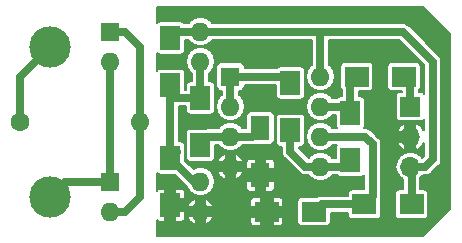
<source format=gbr>
G04 #@! TF.GenerationSoftware,KiCad,Pcbnew,(5.0.0-3-g5ebb6b6)*
G04 #@! TF.CreationDate,2018-09-04T20:51:10+02:00*
G04 #@! TF.ProjectId,Brushless_RPM_sensor,42727573686C6573735F52504D5F7365,rev?*
G04 #@! TF.SameCoordinates,PX7445a00PY5faea10*
G04 #@! TF.FileFunction,Copper,L2,Bot,Signal*
G04 #@! TF.FilePolarity,Positive*
%FSLAX46Y46*%
G04 Gerber Fmt 4.6, Leading zero omitted, Abs format (unit mm)*
G04 Created by KiCad (PCBNEW (5.0.0-3-g5ebb6b6)) date 2018 September 04, Tuesday 20:51:10*
%MOMM*%
%LPD*%
G01*
G04 APERTURE LIST*
G04 #@! TA.AperFunction,SMDPad,CuDef*
%ADD10R,1.600000X2.000000*%
G04 #@! TD*
G04 #@! TA.AperFunction,ComponentPad*
%ADD11C,3.500120*%
G04 #@! TD*
G04 #@! TA.AperFunction,ComponentPad*
%ADD12O,1.700000X1.700000*%
G04 #@! TD*
G04 #@! TA.AperFunction,ComponentPad*
%ADD13R,1.700000X1.700000*%
G04 #@! TD*
G04 #@! TA.AperFunction,ComponentPad*
%ADD14O,1.600000X1.600000*%
G04 #@! TD*
G04 #@! TA.AperFunction,ComponentPad*
%ADD15C,1.600000*%
G04 #@! TD*
G04 #@! TA.AperFunction,SMDPad,CuDef*
%ADD16R,1.700000X2.000000*%
G04 #@! TD*
G04 #@! TA.AperFunction,SMDPad,CuDef*
%ADD17R,2.000000X1.700000*%
G04 #@! TD*
G04 #@! TA.AperFunction,ComponentPad*
%ADD18R,1.600000X1.600000*%
G04 #@! TD*
G04 #@! TA.AperFunction,Conductor*
%ADD19C,0.635000*%
G04 #@! TD*
G04 #@! TA.AperFunction,Conductor*
%ADD20C,0.200000*%
G04 #@! TD*
G04 APERTURE END LIST*
D10*
G04 #@! TO.P,C1,2*
G04 #@! TO.N,GND*
X22860000Y5620000D03*
G04 #@! TO.P,C1,1*
G04 #@! TO.N,Net-(C1-Pad1)*
X22860000Y9620000D03*
G04 #@! TD*
D11*
G04 #@! TO.P,J1,1*
G04 #@! TO.N,Net-(J1-Pad1)*
X5080000Y16510000D03*
G04 #@! TD*
G04 #@! TO.P,J2,1*
G04 #@! TO.N,Net-(J2-Pad1)*
X5080000Y3810000D03*
G04 #@! TD*
D12*
G04 #@! TO.P,J3,3*
G04 #@! TO.N,+5V*
X35560000Y6350000D03*
G04 #@! TO.P,J3,2*
G04 #@! TO.N,GND*
X35560000Y8890000D03*
D13*
G04 #@! TO.P,J3,1*
G04 #@! TO.N,RPM*
X35560000Y11430000D03*
G04 #@! TD*
D14*
G04 #@! TO.P,R1,2*
G04 #@! TO.N,Net-(R1-Pad2)*
X12700000Y10160000D03*
D15*
G04 #@! TO.P,R1,1*
G04 #@! TO.N,Net-(J1-Pad1)*
X2540000Y10160000D03*
G04 #@! TD*
D16*
G04 #@! TO.P,R2,1*
G04 #@! TO.N,+5V*
X15240000Y17240000D03*
G04 #@! TO.P,R2,2*
G04 #@! TO.N,Net-(R2-Pad2)*
X15240000Y13240000D03*
G04 #@! TD*
G04 #@! TO.P,R3,2*
G04 #@! TO.N,GND*
X15240000Y3080000D03*
G04 #@! TO.P,R3,1*
G04 #@! TO.N,Net-(R2-Pad2)*
X15240000Y7080000D03*
G04 #@! TD*
G04 #@! TO.P,R4,1*
G04 #@! TO.N,Net-(C1-Pad1)*
X17780000Y8160000D03*
G04 #@! TO.P,R4,2*
G04 #@! TO.N,Net-(R2-Pad2)*
X17780000Y12160000D03*
G04 #@! TD*
G04 #@! TO.P,R5,2*
G04 #@! TO.N,Net-(R5-Pad2)*
X25400000Y9430000D03*
G04 #@! TO.P,R5,1*
G04 #@! TO.N,Net-(R5-Pad1)*
X25400000Y13430000D03*
G04 #@! TD*
D17*
G04 #@! TO.P,R6,2*
G04 #@! TO.N,Net-(R6-Pad2)*
X31655000Y3175000D03*
G04 #@! TO.P,R6,1*
G04 #@! TO.N,+5V*
X35655000Y3175000D03*
G04 #@! TD*
G04 #@! TO.P,R7,1*
G04 #@! TO.N,Net-(R6-Pad2)*
X27400000Y2540000D03*
G04 #@! TO.P,R7,2*
G04 #@! TO.N,GND*
X23400000Y2540000D03*
G04 #@! TD*
D16*
G04 #@! TO.P,R8,2*
G04 #@! TO.N,Net-(R5-Pad2)*
X30480000Y6890000D03*
G04 #@! TO.P,R8,1*
G04 #@! TO.N,Net-(R8-Pad1)*
X30480000Y10890000D03*
G04 #@! TD*
D17*
G04 #@! TO.P,R9,1*
G04 #@! TO.N,Net-(R8-Pad1)*
X31020000Y13970000D03*
G04 #@! TO.P,R9,2*
G04 #@! TO.N,RPM*
X35020000Y13970000D03*
G04 #@! TD*
D14*
G04 #@! TO.P,U3,8*
G04 #@! TO.N,+5V*
X27940000Y13970000D03*
G04 #@! TO.P,U3,4*
G04 #@! TO.N,GND*
X20320000Y6350000D03*
G04 #@! TO.P,U3,7*
G04 #@! TO.N,Net-(R8-Pad1)*
X27940000Y11430000D03*
G04 #@! TO.P,U3,3*
G04 #@! TO.N,Net-(C1-Pad1)*
X20320000Y8890000D03*
G04 #@! TO.P,U3,6*
G04 #@! TO.N,Net-(R6-Pad2)*
X27940000Y8890000D03*
G04 #@! TO.P,U3,2*
G04 #@! TO.N,Net-(R5-Pad1)*
X20320000Y11430000D03*
G04 #@! TO.P,U3,5*
G04 #@! TO.N,Net-(R5-Pad2)*
X27940000Y6350000D03*
D18*
G04 #@! TO.P,U3,1*
G04 #@! TO.N,Net-(R5-Pad1)*
X20320000Y13970000D03*
G04 #@! TD*
D14*
G04 #@! TO.P,U1,4*
G04 #@! TO.N,+5V*
X17780000Y17780000D03*
G04 #@! TO.P,U1,2*
G04 #@! TO.N,Net-(J2-Pad1)*
X10160000Y15240000D03*
G04 #@! TO.P,U1,3*
G04 #@! TO.N,Net-(R2-Pad2)*
X17780000Y15240000D03*
D18*
G04 #@! TO.P,U1,1*
G04 #@! TO.N,Net-(R1-Pad2)*
X10160000Y17780000D03*
G04 #@! TD*
G04 #@! TO.P,U2,1*
G04 #@! TO.N,Net-(J2-Pad1)*
X10160000Y5080000D03*
D14*
G04 #@! TO.P,U2,3*
G04 #@! TO.N,GND*
X17780000Y2540000D03*
G04 #@! TO.P,U2,2*
G04 #@! TO.N,Net-(R1-Pad2)*
X10160000Y2540000D03*
G04 #@! TO.P,U2,4*
G04 #@! TO.N,Net-(R2-Pad2)*
X17780000Y5080000D03*
G04 #@! TD*
D19*
G04 #@! TO.N,Net-(C1-Pad1)*
X20320000Y8890000D02*
X22130000Y8890000D01*
X22130000Y8890000D02*
X22860000Y9620000D01*
X20320000Y8890000D02*
X18510000Y8890000D01*
X18510000Y8890000D02*
X17780000Y8160000D01*
G04 #@! TO.N,Net-(J1-Pad1)*
X2540000Y10160000D02*
X2540000Y13970000D01*
X2540000Y13970000D02*
X5080000Y16510000D01*
G04 #@! TO.N,Net-(J2-Pad1)*
X10160000Y5080000D02*
X6350000Y5080000D01*
X6350000Y5080000D02*
X5080000Y3810000D01*
X10160000Y15240000D02*
X10160000Y5080000D01*
G04 #@! TO.N,+5V*
X17780000Y17780000D02*
X15780000Y17780000D01*
X15780000Y17780000D02*
X15240000Y17240000D01*
X35655000Y3175000D02*
X35655000Y6255000D01*
X35655000Y6255000D02*
X35560000Y6350000D01*
X35560000Y6350000D02*
X36830000Y6350000D01*
X34925000Y17780000D02*
X27940000Y17780000D01*
X27940000Y17780000D02*
X17780000Y17780000D01*
X36830000Y6350000D02*
X37465000Y6985000D01*
X37465000Y6985000D02*
X37465000Y15240000D01*
X37465000Y15240000D02*
X34925000Y17780000D01*
X27940000Y13970000D02*
X27940000Y17780000D01*
G04 #@! TO.N,RPM*
X35560000Y11430000D02*
X35560000Y13430000D01*
X35560000Y13430000D02*
X35020000Y13970000D01*
G04 #@! TO.N,Net-(R1-Pad2)*
X12700000Y10160000D02*
X12700000Y3810000D01*
X11430000Y2540000D02*
X10160000Y2540000D01*
X12700000Y3810000D02*
X11430000Y2540000D01*
X10160000Y17780000D02*
X11430000Y17780000D01*
X12700000Y16510000D02*
X12700000Y10160000D01*
X11430000Y17780000D02*
X12700000Y16510000D01*
G04 #@! TO.N,Net-(R2-Pad2)*
X15780000Y7620000D02*
X15240000Y7080000D01*
X17240000Y12700000D02*
X17780000Y12160000D01*
X17780000Y15240000D02*
X17780000Y12160000D01*
X17780000Y5080000D02*
X17240000Y5080000D01*
X17240000Y5080000D02*
X15240000Y7080000D01*
X15240000Y7080000D02*
X15240000Y13240000D01*
X17780000Y12160000D02*
X15240000Y12160000D01*
X15240000Y12700000D02*
X15240000Y13240000D01*
X15240000Y12160000D02*
X15240000Y12700000D01*
G04 #@! TO.N,Net-(R5-Pad2)*
X27940000Y6350000D02*
X26670000Y6350000D01*
X25400000Y7620000D02*
X25400000Y9430000D01*
X26670000Y6350000D02*
X25400000Y7620000D01*
X27940000Y6350000D02*
X29940000Y6350000D01*
X29940000Y6350000D02*
X30480000Y6890000D01*
G04 #@! TO.N,Net-(R5-Pad1)*
X20320000Y13970000D02*
X20320000Y11430000D01*
X20320000Y13970000D02*
X24860000Y13970000D01*
X24860000Y13970000D02*
X25400000Y13430000D01*
G04 #@! TO.N,Net-(R6-Pad2)*
X27940000Y8890000D02*
X31750000Y8890000D01*
X32385000Y8255000D02*
X32385000Y3905000D01*
X31750000Y8890000D02*
X32385000Y8255000D01*
X32385000Y3905000D02*
X31655000Y3175000D01*
X31655000Y3175000D02*
X28035000Y3175000D01*
X28035000Y3175000D02*
X27400000Y2540000D01*
G04 #@! TO.N,Net-(R8-Pad1)*
X27940000Y11430000D02*
X29940000Y11430000D01*
X29940000Y11430000D02*
X30480000Y10890000D01*
X30385000Y10985000D02*
X30480000Y10890000D01*
X30480000Y10890000D02*
X30480000Y13430000D01*
X30480000Y13430000D02*
X31020000Y13970000D01*
G04 #@! TD*
D20*
G04 #@! TO.N,GND*
G36*
X38895000Y17583248D02*
X38895001Y2736753D01*
X36633250Y475000D01*
X14070000Y475000D01*
X14070000Y1834314D01*
X14163418Y1740896D01*
X14310435Y1680000D01*
X14715000Y1680000D01*
X14815000Y1780000D01*
X14815000Y2580000D01*
X15665000Y2580000D01*
X15665000Y1780000D01*
X15765000Y1680000D01*
X16169565Y1680000D01*
X16316582Y1740896D01*
X16429104Y1853418D01*
X16476539Y1967939D01*
X16725132Y1967939D01*
X16847783Y1784313D01*
X17207933Y1485092D01*
X17380000Y1508589D01*
X17380000Y2140000D01*
X18180000Y2140000D01*
X18180000Y1508589D01*
X18352067Y1485092D01*
X18712217Y1784313D01*
X18834868Y1967939D01*
X18826616Y2015000D01*
X22000000Y2015000D01*
X22000000Y1610435D01*
X22060896Y1463418D01*
X22173418Y1350896D01*
X22320435Y1290000D01*
X22800000Y1290000D01*
X22900000Y1390000D01*
X22900000Y2115000D01*
X23900000Y2115000D01*
X23900000Y1390000D01*
X24000000Y1290000D01*
X24479565Y1290000D01*
X24626582Y1350896D01*
X24739104Y1463418D01*
X24800000Y1610435D01*
X24800000Y2015000D01*
X24700000Y2115000D01*
X23900000Y2115000D01*
X22900000Y2115000D01*
X22100000Y2115000D01*
X22000000Y2015000D01*
X18826616Y2015000D01*
X18804695Y2140000D01*
X18180000Y2140000D01*
X17380000Y2140000D01*
X16755305Y2140000D01*
X16725132Y1967939D01*
X16476539Y1967939D01*
X16490000Y2000435D01*
X16490000Y2480000D01*
X16390000Y2580000D01*
X15665000Y2580000D01*
X14815000Y2580000D01*
X14685000Y2580000D01*
X14685000Y3112061D01*
X16725132Y3112061D01*
X16755305Y2940000D01*
X17380000Y2940000D01*
X17380000Y3571411D01*
X18180000Y3571411D01*
X18180000Y2940000D01*
X18804695Y2940000D01*
X18834868Y3112061D01*
X18712217Y3295687D01*
X18502934Y3469565D01*
X22000000Y3469565D01*
X22000000Y3065000D01*
X22100000Y2965000D01*
X22900000Y2965000D01*
X22900000Y3690000D01*
X23900000Y3690000D01*
X23900000Y2965000D01*
X24700000Y2965000D01*
X24800000Y3065000D01*
X24800000Y3469565D01*
X24739104Y3616582D01*
X24626582Y3729104D01*
X24479565Y3790000D01*
X24000000Y3790000D01*
X23900000Y3690000D01*
X22900000Y3690000D01*
X22800000Y3790000D01*
X22320435Y3790000D01*
X22173418Y3729104D01*
X22060896Y3616582D01*
X22000000Y3469565D01*
X18502934Y3469565D01*
X18352067Y3594908D01*
X18180000Y3571411D01*
X17380000Y3571411D01*
X17207933Y3594908D01*
X16847783Y3295687D01*
X16725132Y3112061D01*
X14685000Y3112061D01*
X14685000Y3580000D01*
X14815000Y3580000D01*
X14815000Y4380000D01*
X15665000Y4380000D01*
X15665000Y3580000D01*
X16390000Y3580000D01*
X16490000Y3680000D01*
X16490000Y4159565D01*
X16429104Y4306582D01*
X16316582Y4419104D01*
X16169565Y4480000D01*
X15765000Y4480000D01*
X15665000Y4380000D01*
X14815000Y4380000D01*
X14715000Y4480000D01*
X14310435Y4480000D01*
X14163418Y4419104D01*
X14070000Y4325686D01*
X14070000Y5838933D01*
X14101616Y5791616D01*
X14233928Y5703209D01*
X14390000Y5672164D01*
X15633139Y5672164D01*
X16638726Y4666576D01*
X16649625Y4611783D01*
X16914848Y4214848D01*
X17311783Y3949625D01*
X17661812Y3880000D01*
X17898188Y3880000D01*
X18248217Y3949625D01*
X18645152Y4214848D01*
X18910375Y4611783D01*
X18991574Y5020000D01*
X21660000Y5020000D01*
X21660000Y4540435D01*
X21720896Y4393418D01*
X21833418Y4280896D01*
X21980435Y4220000D01*
X22360000Y4220000D01*
X22460000Y4320000D01*
X22460000Y5120000D01*
X23260000Y5120000D01*
X23260000Y4320000D01*
X23360000Y4220000D01*
X23739565Y4220000D01*
X23886582Y4280896D01*
X23999104Y4393418D01*
X24060000Y4540435D01*
X24060000Y5020000D01*
X23960000Y5120000D01*
X23260000Y5120000D01*
X22460000Y5120000D01*
X21760000Y5120000D01*
X21660000Y5020000D01*
X18991574Y5020000D01*
X19003509Y5080000D01*
X18910375Y5548217D01*
X18756880Y5777939D01*
X19265132Y5777939D01*
X19387783Y5594313D01*
X19747933Y5295092D01*
X19920000Y5318589D01*
X19920000Y5950000D01*
X20720000Y5950000D01*
X20720000Y5318589D01*
X20892067Y5295092D01*
X21252217Y5594313D01*
X21374868Y5777939D01*
X21344695Y5950000D01*
X20720000Y5950000D01*
X19920000Y5950000D01*
X19295305Y5950000D01*
X19265132Y5777939D01*
X18756880Y5777939D01*
X18645152Y5945152D01*
X18248217Y6210375D01*
X17898188Y6280000D01*
X17661812Y6280000D01*
X17311783Y6210375D01*
X17199409Y6135289D01*
X16635133Y6699565D01*
X21660000Y6699565D01*
X21660000Y6220000D01*
X21760000Y6120000D01*
X22460000Y6120000D01*
X22460000Y6920000D01*
X23260000Y6920000D01*
X23260000Y6120000D01*
X23960000Y6120000D01*
X24060000Y6220000D01*
X24060000Y6699565D01*
X23999104Y6846582D01*
X23886582Y6959104D01*
X23739565Y7020000D01*
X23360000Y7020000D01*
X23260000Y6920000D01*
X22460000Y6920000D01*
X22360000Y7020000D01*
X21980435Y7020000D01*
X21833418Y6959104D01*
X21720896Y6846582D01*
X21660000Y6699565D01*
X16635133Y6699565D01*
X16497836Y6836861D01*
X16497836Y7551028D01*
X16511555Y7619999D01*
X16497836Y7688970D01*
X16497836Y8080000D01*
X16466791Y8236072D01*
X16378384Y8368384D01*
X16246072Y8456791D01*
X16090000Y8487836D01*
X15957500Y8487836D01*
X15957500Y9160000D01*
X16522164Y9160000D01*
X16522164Y7160000D01*
X16553209Y7003928D01*
X16641616Y6871616D01*
X16773928Y6783209D01*
X16930000Y6752164D01*
X18630000Y6752164D01*
X18786072Y6783209D01*
X18918384Y6871616D01*
X18952089Y6922061D01*
X19265132Y6922061D01*
X19295305Y6750000D01*
X19920000Y6750000D01*
X19920000Y7381411D01*
X20720000Y7381411D01*
X20720000Y6750000D01*
X21344695Y6750000D01*
X21374868Y6922061D01*
X21252217Y7105687D01*
X20892067Y7404908D01*
X20720000Y7381411D01*
X19920000Y7381411D01*
X19747933Y7404908D01*
X19387783Y7105687D01*
X19265132Y6922061D01*
X18952089Y6922061D01*
X19006791Y7003928D01*
X19037836Y7160000D01*
X19037836Y8172500D01*
X19356190Y8172500D01*
X19454848Y8024848D01*
X19851783Y7759625D01*
X20201812Y7690000D01*
X20438188Y7690000D01*
X20788217Y7759625D01*
X21185152Y8024848D01*
X21283810Y8172500D01*
X22059340Y8172500D01*
X22130000Y8158445D01*
X22200660Y8172500D01*
X22200665Y8172500D01*
X22400070Y8212164D01*
X23660000Y8212164D01*
X23816072Y8243209D01*
X23948384Y8331616D01*
X24036791Y8463928D01*
X24067836Y8620000D01*
X24067836Y10430000D01*
X24142164Y10430000D01*
X24142164Y8430000D01*
X24173209Y8273928D01*
X24261616Y8141616D01*
X24393928Y8053209D01*
X24550000Y8022164D01*
X24682500Y8022164D01*
X24682500Y7690660D01*
X24668445Y7620000D01*
X24682500Y7549340D01*
X24682500Y7549336D01*
X24724130Y7340047D01*
X24882712Y7102713D01*
X24942619Y7062684D01*
X26112683Y5892619D01*
X26152712Y5832712D01*
X26212618Y5792684D01*
X26390044Y5674131D01*
X26390045Y5674131D01*
X26390046Y5674130D01*
X26599335Y5632500D01*
X26599339Y5632500D01*
X26669999Y5618445D01*
X26740659Y5632500D01*
X26976190Y5632500D01*
X27074848Y5484848D01*
X27471783Y5219625D01*
X27821812Y5150000D01*
X28058188Y5150000D01*
X28408217Y5219625D01*
X28805152Y5484848D01*
X28903810Y5632500D01*
X29320980Y5632500D01*
X29341616Y5601616D01*
X29473928Y5513209D01*
X29630000Y5482164D01*
X31330000Y5482164D01*
X31486072Y5513209D01*
X31618384Y5601616D01*
X31667501Y5675125D01*
X31667501Y4432836D01*
X30655000Y4432836D01*
X30498928Y4401791D01*
X30366616Y4313384D01*
X30278209Y4181072D01*
X30247164Y4025000D01*
X30247164Y3892500D01*
X28105660Y3892500D01*
X28035000Y3906555D01*
X27964340Y3892500D01*
X27964335Y3892500D01*
X27755046Y3850870D01*
X27755044Y3850869D01*
X27755045Y3850869D01*
X27675675Y3797836D01*
X26400000Y3797836D01*
X26243928Y3766791D01*
X26111616Y3678384D01*
X26023209Y3546072D01*
X25992164Y3390000D01*
X25992164Y1690000D01*
X26023209Y1533928D01*
X26111616Y1401616D01*
X26243928Y1313209D01*
X26400000Y1282164D01*
X28400000Y1282164D01*
X28556072Y1313209D01*
X28688384Y1401616D01*
X28776791Y1533928D01*
X28807836Y1690000D01*
X28807836Y2457500D01*
X30247164Y2457500D01*
X30247164Y2325000D01*
X30278209Y2168928D01*
X30366616Y2036616D01*
X30498928Y1948209D01*
X30655000Y1917164D01*
X32655000Y1917164D01*
X32811072Y1948209D01*
X32943384Y2036616D01*
X33031791Y2168928D01*
X33062836Y2325000D01*
X33062836Y3634930D01*
X33102500Y3834335D01*
X33102500Y3834340D01*
X33116555Y3905000D01*
X33102500Y3975660D01*
X33102500Y8184340D01*
X33116555Y8255000D01*
X33110322Y8286339D01*
X34465425Y8286339D01*
X34583393Y8109722D01*
X34956332Y7795386D01*
X35135000Y7814428D01*
X35135000Y8465000D01*
X34491414Y8465000D01*
X34465425Y8286339D01*
X33110322Y8286339D01*
X33102500Y8325660D01*
X33102500Y8325665D01*
X33060870Y8534954D01*
X33041642Y8563730D01*
X32942317Y8712382D01*
X32942312Y8712387D01*
X32902287Y8772288D01*
X32842386Y8812313D01*
X32307318Y9347380D01*
X32267288Y9407288D01*
X32138023Y9493661D01*
X34465425Y9493661D01*
X34491414Y9315000D01*
X35135000Y9315000D01*
X35135000Y9965572D01*
X34956332Y9984614D01*
X34583393Y9670278D01*
X34465425Y9493661D01*
X32138023Y9493661D01*
X32029954Y9565870D01*
X31820665Y9607500D01*
X31820660Y9607500D01*
X31750000Y9621555D01*
X31679340Y9607500D01*
X31622316Y9607500D01*
X31706791Y9733928D01*
X31737836Y9890000D01*
X31737836Y11890000D01*
X31706791Y12046072D01*
X31618384Y12178384D01*
X31486072Y12266791D01*
X31330000Y12297836D01*
X31197500Y12297836D01*
X31197500Y12712164D01*
X32020000Y12712164D01*
X32176072Y12743209D01*
X32308384Y12831616D01*
X32396791Y12963928D01*
X32427836Y13120000D01*
X32427836Y14820000D01*
X32396791Y14976072D01*
X32308384Y15108384D01*
X32176072Y15196791D01*
X32020000Y15227836D01*
X30020000Y15227836D01*
X29863928Y15196791D01*
X29731616Y15108384D01*
X29643209Y14976072D01*
X29612164Y14820000D01*
X29612164Y13120000D01*
X29643209Y12963928D01*
X29731616Y12831616D01*
X29762501Y12810980D01*
X29762501Y12297836D01*
X29630000Y12297836D01*
X29473928Y12266791D01*
X29341616Y12178384D01*
X29320980Y12147500D01*
X28903810Y12147500D01*
X28805152Y12295152D01*
X28408217Y12560375D01*
X28058188Y12630000D01*
X27821812Y12630000D01*
X27471783Y12560375D01*
X27074848Y12295152D01*
X26809625Y11898217D01*
X26716491Y11430000D01*
X26809625Y10961783D01*
X27074848Y10564848D01*
X27471783Y10299625D01*
X27821812Y10230000D01*
X28058188Y10230000D01*
X28408217Y10299625D01*
X28805152Y10564848D01*
X28903810Y10712500D01*
X29222164Y10712500D01*
X29222164Y9890000D01*
X29253209Y9733928D01*
X29337684Y9607500D01*
X28903810Y9607500D01*
X28805152Y9755152D01*
X28408217Y10020375D01*
X28058188Y10090000D01*
X27821812Y10090000D01*
X27471783Y10020375D01*
X27074848Y9755152D01*
X26809625Y9358217D01*
X26716491Y8890000D01*
X26809625Y8421783D01*
X27074848Y8024848D01*
X27471783Y7759625D01*
X27821812Y7690000D01*
X28058188Y7690000D01*
X28408217Y7759625D01*
X28805152Y8024848D01*
X28903810Y8172500D01*
X29337684Y8172500D01*
X29253209Y8046072D01*
X29222164Y7890000D01*
X29222164Y7067500D01*
X28903810Y7067500D01*
X28805152Y7215152D01*
X28408217Y7480375D01*
X28058188Y7550000D01*
X27821812Y7550000D01*
X27471783Y7480375D01*
X27074848Y7215152D01*
X26976190Y7067500D01*
X26967198Y7067500D01*
X26117500Y7917197D01*
X26117500Y8022164D01*
X26250000Y8022164D01*
X26406072Y8053209D01*
X26538384Y8141616D01*
X26626791Y8273928D01*
X26657836Y8430000D01*
X26657836Y10430000D01*
X26626791Y10586072D01*
X26538384Y10718384D01*
X26406072Y10806791D01*
X26250000Y10837836D01*
X24550000Y10837836D01*
X24393928Y10806791D01*
X24261616Y10718384D01*
X24173209Y10586072D01*
X24142164Y10430000D01*
X24067836Y10430000D01*
X24067836Y10620000D01*
X24036791Y10776072D01*
X23948384Y10908384D01*
X23816072Y10996791D01*
X23660000Y11027836D01*
X22060000Y11027836D01*
X21903928Y10996791D01*
X21771616Y10908384D01*
X21683209Y10776072D01*
X21652164Y10620000D01*
X21652164Y9607500D01*
X21283810Y9607500D01*
X21185152Y9755152D01*
X20788217Y10020375D01*
X20438188Y10090000D01*
X20201812Y10090000D01*
X19851783Y10020375D01*
X19454848Y9755152D01*
X19356190Y9607500D01*
X18580660Y9607500D01*
X18510000Y9621555D01*
X18439340Y9607500D01*
X18439335Y9607500D01*
X18239930Y9567836D01*
X16930000Y9567836D01*
X16773928Y9536791D01*
X16641616Y9448384D01*
X16553209Y9316072D01*
X16522164Y9160000D01*
X15957500Y9160000D01*
X15957500Y11442500D01*
X16522164Y11442500D01*
X16522164Y11160000D01*
X16553209Y11003928D01*
X16641616Y10871616D01*
X16773928Y10783209D01*
X16930000Y10752164D01*
X18630000Y10752164D01*
X18786072Y10783209D01*
X18918384Y10871616D01*
X19006791Y11003928D01*
X19037836Y11160000D01*
X19037836Y11430000D01*
X19096491Y11430000D01*
X19189625Y10961783D01*
X19454848Y10564848D01*
X19851783Y10299625D01*
X20201812Y10230000D01*
X20438188Y10230000D01*
X20788217Y10299625D01*
X21185152Y10564848D01*
X21450375Y10961783D01*
X21543509Y11430000D01*
X21450375Y11898217D01*
X21185152Y12295152D01*
X21037500Y12393810D01*
X21037500Y12762164D01*
X21120000Y12762164D01*
X21276072Y12793209D01*
X21408384Y12881616D01*
X21496791Y13013928D01*
X21527836Y13170000D01*
X21527836Y13252500D01*
X24142164Y13252500D01*
X24142164Y12430000D01*
X24173209Y12273928D01*
X24261616Y12141616D01*
X24393928Y12053209D01*
X24550000Y12022164D01*
X26250000Y12022164D01*
X26406072Y12053209D01*
X26538384Y12141616D01*
X26626791Y12273928D01*
X26657836Y12430000D01*
X26657836Y14430000D01*
X26626791Y14586072D01*
X26538384Y14718384D01*
X26406072Y14806791D01*
X26250000Y14837836D01*
X24550000Y14837836D01*
X24393928Y14806791D01*
X24261616Y14718384D01*
X24240980Y14687500D01*
X21527836Y14687500D01*
X21527836Y14770000D01*
X21496791Y14926072D01*
X21408384Y15058384D01*
X21276072Y15146791D01*
X21120000Y15177836D01*
X19520000Y15177836D01*
X19363928Y15146791D01*
X19231616Y15058384D01*
X19143209Y14926072D01*
X19112164Y14770000D01*
X19112164Y13170000D01*
X19143209Y13013928D01*
X19231616Y12881616D01*
X19363928Y12793209D01*
X19520000Y12762164D01*
X19602500Y12762164D01*
X19602501Y12393810D01*
X19454848Y12295152D01*
X19189625Y11898217D01*
X19096491Y11430000D01*
X19037836Y11430000D01*
X19037836Y13160000D01*
X19006791Y13316072D01*
X18918384Y13448384D01*
X18786072Y13536791D01*
X18630000Y13567836D01*
X18497500Y13567836D01*
X18497500Y14276190D01*
X18645152Y14374848D01*
X18910375Y14771783D01*
X19003509Y15240000D01*
X18910375Y15708217D01*
X18645152Y16105152D01*
X18248217Y16370375D01*
X17898188Y16440000D01*
X17661812Y16440000D01*
X17311783Y16370375D01*
X16914848Y16105152D01*
X16649625Y15708217D01*
X16556491Y15240000D01*
X16649625Y14771783D01*
X16914848Y14374848D01*
X17062500Y14276190D01*
X17062501Y13567836D01*
X16930000Y13567836D01*
X16773928Y13536791D01*
X16641616Y13448384D01*
X16553209Y13316072D01*
X16522164Y13160000D01*
X16522164Y12877500D01*
X16497836Y12877500D01*
X16497836Y14240000D01*
X16466791Y14396072D01*
X16378384Y14528384D01*
X16246072Y14616791D01*
X16090000Y14647836D01*
X14390000Y14647836D01*
X14233928Y14616791D01*
X14101616Y14528384D01*
X14070000Y14481067D01*
X14070000Y15998933D01*
X14101616Y15951616D01*
X14233928Y15863209D01*
X14390000Y15832164D01*
X16090000Y15832164D01*
X16246072Y15863209D01*
X16378384Y15951616D01*
X16466791Y16083928D01*
X16497836Y16240000D01*
X16497836Y17062500D01*
X16816190Y17062500D01*
X16914848Y16914848D01*
X17311783Y16649625D01*
X17661812Y16580000D01*
X17898188Y16580000D01*
X18248217Y16649625D01*
X18645152Y16914848D01*
X18743810Y17062500D01*
X27222501Y17062500D01*
X27222500Y14933810D01*
X27074848Y14835152D01*
X26809625Y14438217D01*
X26716491Y13970000D01*
X26809625Y13501783D01*
X27074848Y13104848D01*
X27471783Y12839625D01*
X27821812Y12770000D01*
X28058188Y12770000D01*
X28408217Y12839625D01*
X28805152Y13104848D01*
X29070375Y13501783D01*
X29163509Y13970000D01*
X29070375Y14438217D01*
X28805152Y14835152D01*
X28657500Y14933810D01*
X28657500Y17062500D01*
X34627803Y17062500D01*
X36747501Y14942801D01*
X36747501Y12494875D01*
X36698384Y12568384D01*
X36566072Y12656791D01*
X36410000Y12687836D01*
X36277500Y12687836D01*
X36277500Y12810980D01*
X36308384Y12831616D01*
X36396791Y12963928D01*
X36427836Y13120000D01*
X36427836Y14820000D01*
X36396791Y14976072D01*
X36308384Y15108384D01*
X36176072Y15196791D01*
X36020000Y15227836D01*
X34020000Y15227836D01*
X33863928Y15196791D01*
X33731616Y15108384D01*
X33643209Y14976072D01*
X33612164Y14820000D01*
X33612164Y13120000D01*
X33643209Y12963928D01*
X33731616Y12831616D01*
X33863928Y12743209D01*
X34020000Y12712164D01*
X34842501Y12712164D01*
X34842501Y12687836D01*
X34710000Y12687836D01*
X34553928Y12656791D01*
X34421616Y12568384D01*
X34333209Y12436072D01*
X34302164Y12280000D01*
X34302164Y10580000D01*
X34333209Y10423928D01*
X34421616Y10291616D01*
X34553928Y10203209D01*
X34710000Y10172164D01*
X36410000Y10172164D01*
X36566072Y10203209D01*
X36698384Y10291616D01*
X36747500Y10365125D01*
X36747500Y9425002D01*
X36644587Y9425002D01*
X36654575Y9493661D01*
X36536607Y9670278D01*
X36163668Y9984614D01*
X35985000Y9965572D01*
X35985000Y9315000D01*
X36115000Y9315000D01*
X36115000Y8465000D01*
X35985000Y8465000D01*
X35985000Y7814428D01*
X36163668Y7795386D01*
X36536607Y8109722D01*
X36654575Y8286339D01*
X36644587Y8354998D01*
X36747500Y8354998D01*
X36747500Y7282198D01*
X36563459Y7098156D01*
X36461199Y7251199D01*
X36047725Y7527473D01*
X35683109Y7600000D01*
X35436891Y7600000D01*
X35072275Y7527473D01*
X34658801Y7251199D01*
X34382527Y6837725D01*
X34285512Y6350000D01*
X34382527Y5862275D01*
X34658801Y5448801D01*
X34937501Y5262580D01*
X34937500Y4432836D01*
X34655000Y4432836D01*
X34498928Y4401791D01*
X34366616Y4313384D01*
X34278209Y4181072D01*
X34247164Y4025000D01*
X34247164Y2325000D01*
X34278209Y2168928D01*
X34366616Y2036616D01*
X34498928Y1948209D01*
X34655000Y1917164D01*
X36655000Y1917164D01*
X36811072Y1948209D01*
X36943384Y2036616D01*
X37031791Y2168928D01*
X37062836Y2325000D01*
X37062836Y4025000D01*
X37031791Y4181072D01*
X36943384Y4313384D01*
X36811072Y4401791D01*
X36655000Y4432836D01*
X36372500Y4432836D01*
X36372500Y5389534D01*
X36461199Y5448801D01*
X36583943Y5632500D01*
X36759340Y5632500D01*
X36830000Y5618445D01*
X36900660Y5632500D01*
X36900665Y5632500D01*
X37109954Y5674130D01*
X37347288Y5832712D01*
X37387318Y5892620D01*
X37922386Y6427687D01*
X37982287Y6467712D01*
X38022312Y6527613D01*
X38022317Y6527618D01*
X38121642Y6676270D01*
X38140870Y6705046D01*
X38182500Y6914335D01*
X38182500Y6914340D01*
X38196555Y6985000D01*
X38182500Y7055660D01*
X38182500Y15169341D01*
X38196555Y15240001D01*
X38182500Y15310661D01*
X38182500Y15310665D01*
X38140870Y15519954D01*
X37982288Y15757288D01*
X37922382Y15797316D01*
X35482318Y18237379D01*
X35442288Y18297288D01*
X35204954Y18455870D01*
X34995665Y18497500D01*
X34995660Y18497500D01*
X34925000Y18511555D01*
X34854340Y18497500D01*
X28010665Y18497500D01*
X27940000Y18511556D01*
X27869336Y18497500D01*
X18743810Y18497500D01*
X18645152Y18645152D01*
X18248217Y18910375D01*
X17898188Y18980000D01*
X17661812Y18980000D01*
X17311783Y18910375D01*
X16914848Y18645152D01*
X16816190Y18497500D01*
X16399020Y18497500D01*
X16378384Y18528384D01*
X16246072Y18616791D01*
X16090000Y18647836D01*
X14390000Y18647836D01*
X14233928Y18616791D01*
X14101616Y18528384D01*
X14070000Y18481067D01*
X14070000Y19845000D01*
X36633250Y19845000D01*
X38895000Y17583248D01*
X38895000Y17583248D01*
G37*
X38895000Y17583248D02*
X38895001Y2736753D01*
X36633250Y475000D01*
X14070000Y475000D01*
X14070000Y1834314D01*
X14163418Y1740896D01*
X14310435Y1680000D01*
X14715000Y1680000D01*
X14815000Y1780000D01*
X14815000Y2580000D01*
X15665000Y2580000D01*
X15665000Y1780000D01*
X15765000Y1680000D01*
X16169565Y1680000D01*
X16316582Y1740896D01*
X16429104Y1853418D01*
X16476539Y1967939D01*
X16725132Y1967939D01*
X16847783Y1784313D01*
X17207933Y1485092D01*
X17380000Y1508589D01*
X17380000Y2140000D01*
X18180000Y2140000D01*
X18180000Y1508589D01*
X18352067Y1485092D01*
X18712217Y1784313D01*
X18834868Y1967939D01*
X18826616Y2015000D01*
X22000000Y2015000D01*
X22000000Y1610435D01*
X22060896Y1463418D01*
X22173418Y1350896D01*
X22320435Y1290000D01*
X22800000Y1290000D01*
X22900000Y1390000D01*
X22900000Y2115000D01*
X23900000Y2115000D01*
X23900000Y1390000D01*
X24000000Y1290000D01*
X24479565Y1290000D01*
X24626582Y1350896D01*
X24739104Y1463418D01*
X24800000Y1610435D01*
X24800000Y2015000D01*
X24700000Y2115000D01*
X23900000Y2115000D01*
X22900000Y2115000D01*
X22100000Y2115000D01*
X22000000Y2015000D01*
X18826616Y2015000D01*
X18804695Y2140000D01*
X18180000Y2140000D01*
X17380000Y2140000D01*
X16755305Y2140000D01*
X16725132Y1967939D01*
X16476539Y1967939D01*
X16490000Y2000435D01*
X16490000Y2480000D01*
X16390000Y2580000D01*
X15665000Y2580000D01*
X14815000Y2580000D01*
X14685000Y2580000D01*
X14685000Y3112061D01*
X16725132Y3112061D01*
X16755305Y2940000D01*
X17380000Y2940000D01*
X17380000Y3571411D01*
X18180000Y3571411D01*
X18180000Y2940000D01*
X18804695Y2940000D01*
X18834868Y3112061D01*
X18712217Y3295687D01*
X18502934Y3469565D01*
X22000000Y3469565D01*
X22000000Y3065000D01*
X22100000Y2965000D01*
X22900000Y2965000D01*
X22900000Y3690000D01*
X23900000Y3690000D01*
X23900000Y2965000D01*
X24700000Y2965000D01*
X24800000Y3065000D01*
X24800000Y3469565D01*
X24739104Y3616582D01*
X24626582Y3729104D01*
X24479565Y3790000D01*
X24000000Y3790000D01*
X23900000Y3690000D01*
X22900000Y3690000D01*
X22800000Y3790000D01*
X22320435Y3790000D01*
X22173418Y3729104D01*
X22060896Y3616582D01*
X22000000Y3469565D01*
X18502934Y3469565D01*
X18352067Y3594908D01*
X18180000Y3571411D01*
X17380000Y3571411D01*
X17207933Y3594908D01*
X16847783Y3295687D01*
X16725132Y3112061D01*
X14685000Y3112061D01*
X14685000Y3580000D01*
X14815000Y3580000D01*
X14815000Y4380000D01*
X15665000Y4380000D01*
X15665000Y3580000D01*
X16390000Y3580000D01*
X16490000Y3680000D01*
X16490000Y4159565D01*
X16429104Y4306582D01*
X16316582Y4419104D01*
X16169565Y4480000D01*
X15765000Y4480000D01*
X15665000Y4380000D01*
X14815000Y4380000D01*
X14715000Y4480000D01*
X14310435Y4480000D01*
X14163418Y4419104D01*
X14070000Y4325686D01*
X14070000Y5838933D01*
X14101616Y5791616D01*
X14233928Y5703209D01*
X14390000Y5672164D01*
X15633139Y5672164D01*
X16638726Y4666576D01*
X16649625Y4611783D01*
X16914848Y4214848D01*
X17311783Y3949625D01*
X17661812Y3880000D01*
X17898188Y3880000D01*
X18248217Y3949625D01*
X18645152Y4214848D01*
X18910375Y4611783D01*
X18991574Y5020000D01*
X21660000Y5020000D01*
X21660000Y4540435D01*
X21720896Y4393418D01*
X21833418Y4280896D01*
X21980435Y4220000D01*
X22360000Y4220000D01*
X22460000Y4320000D01*
X22460000Y5120000D01*
X23260000Y5120000D01*
X23260000Y4320000D01*
X23360000Y4220000D01*
X23739565Y4220000D01*
X23886582Y4280896D01*
X23999104Y4393418D01*
X24060000Y4540435D01*
X24060000Y5020000D01*
X23960000Y5120000D01*
X23260000Y5120000D01*
X22460000Y5120000D01*
X21760000Y5120000D01*
X21660000Y5020000D01*
X18991574Y5020000D01*
X19003509Y5080000D01*
X18910375Y5548217D01*
X18756880Y5777939D01*
X19265132Y5777939D01*
X19387783Y5594313D01*
X19747933Y5295092D01*
X19920000Y5318589D01*
X19920000Y5950000D01*
X20720000Y5950000D01*
X20720000Y5318589D01*
X20892067Y5295092D01*
X21252217Y5594313D01*
X21374868Y5777939D01*
X21344695Y5950000D01*
X20720000Y5950000D01*
X19920000Y5950000D01*
X19295305Y5950000D01*
X19265132Y5777939D01*
X18756880Y5777939D01*
X18645152Y5945152D01*
X18248217Y6210375D01*
X17898188Y6280000D01*
X17661812Y6280000D01*
X17311783Y6210375D01*
X17199409Y6135289D01*
X16635133Y6699565D01*
X21660000Y6699565D01*
X21660000Y6220000D01*
X21760000Y6120000D01*
X22460000Y6120000D01*
X22460000Y6920000D01*
X23260000Y6920000D01*
X23260000Y6120000D01*
X23960000Y6120000D01*
X24060000Y6220000D01*
X24060000Y6699565D01*
X23999104Y6846582D01*
X23886582Y6959104D01*
X23739565Y7020000D01*
X23360000Y7020000D01*
X23260000Y6920000D01*
X22460000Y6920000D01*
X22360000Y7020000D01*
X21980435Y7020000D01*
X21833418Y6959104D01*
X21720896Y6846582D01*
X21660000Y6699565D01*
X16635133Y6699565D01*
X16497836Y6836861D01*
X16497836Y7551028D01*
X16511555Y7619999D01*
X16497836Y7688970D01*
X16497836Y8080000D01*
X16466791Y8236072D01*
X16378384Y8368384D01*
X16246072Y8456791D01*
X16090000Y8487836D01*
X15957500Y8487836D01*
X15957500Y9160000D01*
X16522164Y9160000D01*
X16522164Y7160000D01*
X16553209Y7003928D01*
X16641616Y6871616D01*
X16773928Y6783209D01*
X16930000Y6752164D01*
X18630000Y6752164D01*
X18786072Y6783209D01*
X18918384Y6871616D01*
X18952089Y6922061D01*
X19265132Y6922061D01*
X19295305Y6750000D01*
X19920000Y6750000D01*
X19920000Y7381411D01*
X20720000Y7381411D01*
X20720000Y6750000D01*
X21344695Y6750000D01*
X21374868Y6922061D01*
X21252217Y7105687D01*
X20892067Y7404908D01*
X20720000Y7381411D01*
X19920000Y7381411D01*
X19747933Y7404908D01*
X19387783Y7105687D01*
X19265132Y6922061D01*
X18952089Y6922061D01*
X19006791Y7003928D01*
X19037836Y7160000D01*
X19037836Y8172500D01*
X19356190Y8172500D01*
X19454848Y8024848D01*
X19851783Y7759625D01*
X20201812Y7690000D01*
X20438188Y7690000D01*
X20788217Y7759625D01*
X21185152Y8024848D01*
X21283810Y8172500D01*
X22059340Y8172500D01*
X22130000Y8158445D01*
X22200660Y8172500D01*
X22200665Y8172500D01*
X22400070Y8212164D01*
X23660000Y8212164D01*
X23816072Y8243209D01*
X23948384Y8331616D01*
X24036791Y8463928D01*
X24067836Y8620000D01*
X24067836Y10430000D01*
X24142164Y10430000D01*
X24142164Y8430000D01*
X24173209Y8273928D01*
X24261616Y8141616D01*
X24393928Y8053209D01*
X24550000Y8022164D01*
X24682500Y8022164D01*
X24682500Y7690660D01*
X24668445Y7620000D01*
X24682500Y7549340D01*
X24682500Y7549336D01*
X24724130Y7340047D01*
X24882712Y7102713D01*
X24942619Y7062684D01*
X26112683Y5892619D01*
X26152712Y5832712D01*
X26212618Y5792684D01*
X26390044Y5674131D01*
X26390045Y5674131D01*
X26390046Y5674130D01*
X26599335Y5632500D01*
X26599339Y5632500D01*
X26669999Y5618445D01*
X26740659Y5632500D01*
X26976190Y5632500D01*
X27074848Y5484848D01*
X27471783Y5219625D01*
X27821812Y5150000D01*
X28058188Y5150000D01*
X28408217Y5219625D01*
X28805152Y5484848D01*
X28903810Y5632500D01*
X29320980Y5632500D01*
X29341616Y5601616D01*
X29473928Y5513209D01*
X29630000Y5482164D01*
X31330000Y5482164D01*
X31486072Y5513209D01*
X31618384Y5601616D01*
X31667501Y5675125D01*
X31667501Y4432836D01*
X30655000Y4432836D01*
X30498928Y4401791D01*
X30366616Y4313384D01*
X30278209Y4181072D01*
X30247164Y4025000D01*
X30247164Y3892500D01*
X28105660Y3892500D01*
X28035000Y3906555D01*
X27964340Y3892500D01*
X27964335Y3892500D01*
X27755046Y3850870D01*
X27755044Y3850869D01*
X27755045Y3850869D01*
X27675675Y3797836D01*
X26400000Y3797836D01*
X26243928Y3766791D01*
X26111616Y3678384D01*
X26023209Y3546072D01*
X25992164Y3390000D01*
X25992164Y1690000D01*
X26023209Y1533928D01*
X26111616Y1401616D01*
X26243928Y1313209D01*
X26400000Y1282164D01*
X28400000Y1282164D01*
X28556072Y1313209D01*
X28688384Y1401616D01*
X28776791Y1533928D01*
X28807836Y1690000D01*
X28807836Y2457500D01*
X30247164Y2457500D01*
X30247164Y2325000D01*
X30278209Y2168928D01*
X30366616Y2036616D01*
X30498928Y1948209D01*
X30655000Y1917164D01*
X32655000Y1917164D01*
X32811072Y1948209D01*
X32943384Y2036616D01*
X33031791Y2168928D01*
X33062836Y2325000D01*
X33062836Y3634930D01*
X33102500Y3834335D01*
X33102500Y3834340D01*
X33116555Y3905000D01*
X33102500Y3975660D01*
X33102500Y8184340D01*
X33116555Y8255000D01*
X33110322Y8286339D01*
X34465425Y8286339D01*
X34583393Y8109722D01*
X34956332Y7795386D01*
X35135000Y7814428D01*
X35135000Y8465000D01*
X34491414Y8465000D01*
X34465425Y8286339D01*
X33110322Y8286339D01*
X33102500Y8325660D01*
X33102500Y8325665D01*
X33060870Y8534954D01*
X33041642Y8563730D01*
X32942317Y8712382D01*
X32942312Y8712387D01*
X32902287Y8772288D01*
X32842386Y8812313D01*
X32307318Y9347380D01*
X32267288Y9407288D01*
X32138023Y9493661D01*
X34465425Y9493661D01*
X34491414Y9315000D01*
X35135000Y9315000D01*
X35135000Y9965572D01*
X34956332Y9984614D01*
X34583393Y9670278D01*
X34465425Y9493661D01*
X32138023Y9493661D01*
X32029954Y9565870D01*
X31820665Y9607500D01*
X31820660Y9607500D01*
X31750000Y9621555D01*
X31679340Y9607500D01*
X31622316Y9607500D01*
X31706791Y9733928D01*
X31737836Y9890000D01*
X31737836Y11890000D01*
X31706791Y12046072D01*
X31618384Y12178384D01*
X31486072Y12266791D01*
X31330000Y12297836D01*
X31197500Y12297836D01*
X31197500Y12712164D01*
X32020000Y12712164D01*
X32176072Y12743209D01*
X32308384Y12831616D01*
X32396791Y12963928D01*
X32427836Y13120000D01*
X32427836Y14820000D01*
X32396791Y14976072D01*
X32308384Y15108384D01*
X32176072Y15196791D01*
X32020000Y15227836D01*
X30020000Y15227836D01*
X29863928Y15196791D01*
X29731616Y15108384D01*
X29643209Y14976072D01*
X29612164Y14820000D01*
X29612164Y13120000D01*
X29643209Y12963928D01*
X29731616Y12831616D01*
X29762501Y12810980D01*
X29762501Y12297836D01*
X29630000Y12297836D01*
X29473928Y12266791D01*
X29341616Y12178384D01*
X29320980Y12147500D01*
X28903810Y12147500D01*
X28805152Y12295152D01*
X28408217Y12560375D01*
X28058188Y12630000D01*
X27821812Y12630000D01*
X27471783Y12560375D01*
X27074848Y12295152D01*
X26809625Y11898217D01*
X26716491Y11430000D01*
X26809625Y10961783D01*
X27074848Y10564848D01*
X27471783Y10299625D01*
X27821812Y10230000D01*
X28058188Y10230000D01*
X28408217Y10299625D01*
X28805152Y10564848D01*
X28903810Y10712500D01*
X29222164Y10712500D01*
X29222164Y9890000D01*
X29253209Y9733928D01*
X29337684Y9607500D01*
X28903810Y9607500D01*
X28805152Y9755152D01*
X28408217Y10020375D01*
X28058188Y10090000D01*
X27821812Y10090000D01*
X27471783Y10020375D01*
X27074848Y9755152D01*
X26809625Y9358217D01*
X26716491Y8890000D01*
X26809625Y8421783D01*
X27074848Y8024848D01*
X27471783Y7759625D01*
X27821812Y7690000D01*
X28058188Y7690000D01*
X28408217Y7759625D01*
X28805152Y8024848D01*
X28903810Y8172500D01*
X29337684Y8172500D01*
X29253209Y8046072D01*
X29222164Y7890000D01*
X29222164Y7067500D01*
X28903810Y7067500D01*
X28805152Y7215152D01*
X28408217Y7480375D01*
X28058188Y7550000D01*
X27821812Y7550000D01*
X27471783Y7480375D01*
X27074848Y7215152D01*
X26976190Y7067500D01*
X26967198Y7067500D01*
X26117500Y7917197D01*
X26117500Y8022164D01*
X26250000Y8022164D01*
X26406072Y8053209D01*
X26538384Y8141616D01*
X26626791Y8273928D01*
X26657836Y8430000D01*
X26657836Y10430000D01*
X26626791Y10586072D01*
X26538384Y10718384D01*
X26406072Y10806791D01*
X26250000Y10837836D01*
X24550000Y10837836D01*
X24393928Y10806791D01*
X24261616Y10718384D01*
X24173209Y10586072D01*
X24142164Y10430000D01*
X24067836Y10430000D01*
X24067836Y10620000D01*
X24036791Y10776072D01*
X23948384Y10908384D01*
X23816072Y10996791D01*
X23660000Y11027836D01*
X22060000Y11027836D01*
X21903928Y10996791D01*
X21771616Y10908384D01*
X21683209Y10776072D01*
X21652164Y10620000D01*
X21652164Y9607500D01*
X21283810Y9607500D01*
X21185152Y9755152D01*
X20788217Y10020375D01*
X20438188Y10090000D01*
X20201812Y10090000D01*
X19851783Y10020375D01*
X19454848Y9755152D01*
X19356190Y9607500D01*
X18580660Y9607500D01*
X18510000Y9621555D01*
X18439340Y9607500D01*
X18439335Y9607500D01*
X18239930Y9567836D01*
X16930000Y9567836D01*
X16773928Y9536791D01*
X16641616Y9448384D01*
X16553209Y9316072D01*
X16522164Y9160000D01*
X15957500Y9160000D01*
X15957500Y11442500D01*
X16522164Y11442500D01*
X16522164Y11160000D01*
X16553209Y11003928D01*
X16641616Y10871616D01*
X16773928Y10783209D01*
X16930000Y10752164D01*
X18630000Y10752164D01*
X18786072Y10783209D01*
X18918384Y10871616D01*
X19006791Y11003928D01*
X19037836Y11160000D01*
X19037836Y11430000D01*
X19096491Y11430000D01*
X19189625Y10961783D01*
X19454848Y10564848D01*
X19851783Y10299625D01*
X20201812Y10230000D01*
X20438188Y10230000D01*
X20788217Y10299625D01*
X21185152Y10564848D01*
X21450375Y10961783D01*
X21543509Y11430000D01*
X21450375Y11898217D01*
X21185152Y12295152D01*
X21037500Y12393810D01*
X21037500Y12762164D01*
X21120000Y12762164D01*
X21276072Y12793209D01*
X21408384Y12881616D01*
X21496791Y13013928D01*
X21527836Y13170000D01*
X21527836Y13252500D01*
X24142164Y13252500D01*
X24142164Y12430000D01*
X24173209Y12273928D01*
X24261616Y12141616D01*
X24393928Y12053209D01*
X24550000Y12022164D01*
X26250000Y12022164D01*
X26406072Y12053209D01*
X26538384Y12141616D01*
X26626791Y12273928D01*
X26657836Y12430000D01*
X26657836Y14430000D01*
X26626791Y14586072D01*
X26538384Y14718384D01*
X26406072Y14806791D01*
X26250000Y14837836D01*
X24550000Y14837836D01*
X24393928Y14806791D01*
X24261616Y14718384D01*
X24240980Y14687500D01*
X21527836Y14687500D01*
X21527836Y14770000D01*
X21496791Y14926072D01*
X21408384Y15058384D01*
X21276072Y15146791D01*
X21120000Y15177836D01*
X19520000Y15177836D01*
X19363928Y15146791D01*
X19231616Y15058384D01*
X19143209Y14926072D01*
X19112164Y14770000D01*
X19112164Y13170000D01*
X19143209Y13013928D01*
X19231616Y12881616D01*
X19363928Y12793209D01*
X19520000Y12762164D01*
X19602500Y12762164D01*
X19602501Y12393810D01*
X19454848Y12295152D01*
X19189625Y11898217D01*
X19096491Y11430000D01*
X19037836Y11430000D01*
X19037836Y13160000D01*
X19006791Y13316072D01*
X18918384Y13448384D01*
X18786072Y13536791D01*
X18630000Y13567836D01*
X18497500Y13567836D01*
X18497500Y14276190D01*
X18645152Y14374848D01*
X18910375Y14771783D01*
X19003509Y15240000D01*
X18910375Y15708217D01*
X18645152Y16105152D01*
X18248217Y16370375D01*
X17898188Y16440000D01*
X17661812Y16440000D01*
X17311783Y16370375D01*
X16914848Y16105152D01*
X16649625Y15708217D01*
X16556491Y15240000D01*
X16649625Y14771783D01*
X16914848Y14374848D01*
X17062500Y14276190D01*
X17062501Y13567836D01*
X16930000Y13567836D01*
X16773928Y13536791D01*
X16641616Y13448384D01*
X16553209Y13316072D01*
X16522164Y13160000D01*
X16522164Y12877500D01*
X16497836Y12877500D01*
X16497836Y14240000D01*
X16466791Y14396072D01*
X16378384Y14528384D01*
X16246072Y14616791D01*
X16090000Y14647836D01*
X14390000Y14647836D01*
X14233928Y14616791D01*
X14101616Y14528384D01*
X14070000Y14481067D01*
X14070000Y15998933D01*
X14101616Y15951616D01*
X14233928Y15863209D01*
X14390000Y15832164D01*
X16090000Y15832164D01*
X16246072Y15863209D01*
X16378384Y15951616D01*
X16466791Y16083928D01*
X16497836Y16240000D01*
X16497836Y17062500D01*
X16816190Y17062500D01*
X16914848Y16914848D01*
X17311783Y16649625D01*
X17661812Y16580000D01*
X17898188Y16580000D01*
X18248217Y16649625D01*
X18645152Y16914848D01*
X18743810Y17062500D01*
X27222501Y17062500D01*
X27222500Y14933810D01*
X27074848Y14835152D01*
X26809625Y14438217D01*
X26716491Y13970000D01*
X26809625Y13501783D01*
X27074848Y13104848D01*
X27471783Y12839625D01*
X27821812Y12770000D01*
X28058188Y12770000D01*
X28408217Y12839625D01*
X28805152Y13104848D01*
X29070375Y13501783D01*
X29163509Y13970000D01*
X29070375Y14438217D01*
X28805152Y14835152D01*
X28657500Y14933810D01*
X28657500Y17062500D01*
X34627803Y17062500D01*
X36747501Y14942801D01*
X36747501Y12494875D01*
X36698384Y12568384D01*
X36566072Y12656791D01*
X36410000Y12687836D01*
X36277500Y12687836D01*
X36277500Y12810980D01*
X36308384Y12831616D01*
X36396791Y12963928D01*
X36427836Y13120000D01*
X36427836Y14820000D01*
X36396791Y14976072D01*
X36308384Y15108384D01*
X36176072Y15196791D01*
X36020000Y15227836D01*
X34020000Y15227836D01*
X33863928Y15196791D01*
X33731616Y15108384D01*
X33643209Y14976072D01*
X33612164Y14820000D01*
X33612164Y13120000D01*
X33643209Y12963928D01*
X33731616Y12831616D01*
X33863928Y12743209D01*
X34020000Y12712164D01*
X34842501Y12712164D01*
X34842501Y12687836D01*
X34710000Y12687836D01*
X34553928Y12656791D01*
X34421616Y12568384D01*
X34333209Y12436072D01*
X34302164Y12280000D01*
X34302164Y10580000D01*
X34333209Y10423928D01*
X34421616Y10291616D01*
X34553928Y10203209D01*
X34710000Y10172164D01*
X36410000Y10172164D01*
X36566072Y10203209D01*
X36698384Y10291616D01*
X36747500Y10365125D01*
X36747500Y9425002D01*
X36644587Y9425002D01*
X36654575Y9493661D01*
X36536607Y9670278D01*
X36163668Y9984614D01*
X35985000Y9965572D01*
X35985000Y9315000D01*
X36115000Y9315000D01*
X36115000Y8465000D01*
X35985000Y8465000D01*
X35985000Y7814428D01*
X36163668Y7795386D01*
X36536607Y8109722D01*
X36654575Y8286339D01*
X36644587Y8354998D01*
X36747500Y8354998D01*
X36747500Y7282198D01*
X36563459Y7098156D01*
X36461199Y7251199D01*
X36047725Y7527473D01*
X35683109Y7600000D01*
X35436891Y7600000D01*
X35072275Y7527473D01*
X34658801Y7251199D01*
X34382527Y6837725D01*
X34285512Y6350000D01*
X34382527Y5862275D01*
X34658801Y5448801D01*
X34937501Y5262580D01*
X34937500Y4432836D01*
X34655000Y4432836D01*
X34498928Y4401791D01*
X34366616Y4313384D01*
X34278209Y4181072D01*
X34247164Y4025000D01*
X34247164Y2325000D01*
X34278209Y2168928D01*
X34366616Y2036616D01*
X34498928Y1948209D01*
X34655000Y1917164D01*
X36655000Y1917164D01*
X36811072Y1948209D01*
X36943384Y2036616D01*
X37031791Y2168928D01*
X37062836Y2325000D01*
X37062836Y4025000D01*
X37031791Y4181072D01*
X36943384Y4313384D01*
X36811072Y4401791D01*
X36655000Y4432836D01*
X36372500Y4432836D01*
X36372500Y5389534D01*
X36461199Y5448801D01*
X36583943Y5632500D01*
X36759340Y5632500D01*
X36830000Y5618445D01*
X36900660Y5632500D01*
X36900665Y5632500D01*
X37109954Y5674130D01*
X37347288Y5832712D01*
X37387318Y5892620D01*
X37922386Y6427687D01*
X37982287Y6467712D01*
X38022312Y6527613D01*
X38022317Y6527618D01*
X38121642Y6676270D01*
X38140870Y6705046D01*
X38182500Y6914335D01*
X38182500Y6914340D01*
X38196555Y6985000D01*
X38182500Y7055660D01*
X38182500Y15169341D01*
X38196555Y15240001D01*
X38182500Y15310661D01*
X38182500Y15310665D01*
X38140870Y15519954D01*
X37982288Y15757288D01*
X37922382Y15797316D01*
X35482318Y18237379D01*
X35442288Y18297288D01*
X35204954Y18455870D01*
X34995665Y18497500D01*
X34995660Y18497500D01*
X34925000Y18511555D01*
X34854340Y18497500D01*
X28010665Y18497500D01*
X27940000Y18511556D01*
X27869336Y18497500D01*
X18743810Y18497500D01*
X18645152Y18645152D01*
X18248217Y18910375D01*
X17898188Y18980000D01*
X17661812Y18980000D01*
X17311783Y18910375D01*
X16914848Y18645152D01*
X16816190Y18497500D01*
X16399020Y18497500D01*
X16378384Y18528384D01*
X16246072Y18616791D01*
X16090000Y18647836D01*
X14390000Y18647836D01*
X14233928Y18616791D01*
X14101616Y18528384D01*
X14070000Y18481067D01*
X14070000Y19845000D01*
X36633250Y19845000D01*
X38895000Y17583248D01*
G04 #@! TD*
M02*

</source>
